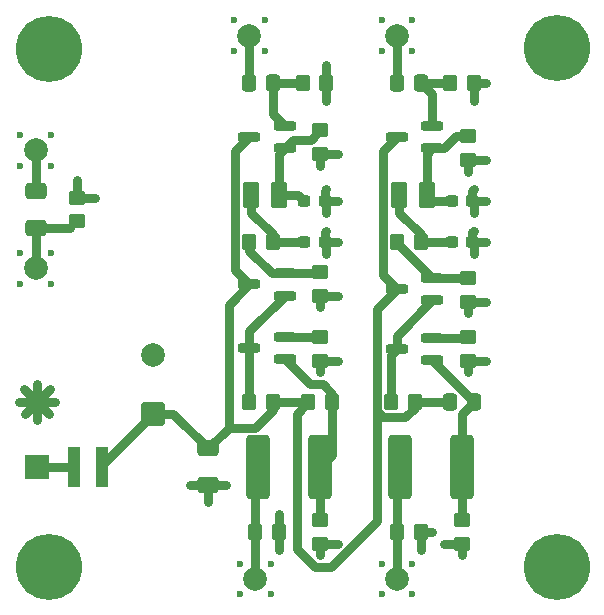
<source format=gtl>
%TF.GenerationSoftware,KiCad,Pcbnew,9.0.4*%
%TF.CreationDate,2025-09-17T14:50:29+08:00*%
%TF.ProjectId,YUV Circuit,59555620-4369-4726-9375-69742e6b6963,rev?*%
%TF.SameCoordinates,Original*%
%TF.FileFunction,Copper,L1,Top*%
%TF.FilePolarity,Positive*%
%FSLAX46Y46*%
G04 Gerber Fmt 4.6, Leading zero omitted, Abs format (unit mm)*
G04 Created by KiCad (PCBNEW 9.0.4) date 2025-09-17 14:50:29*
%MOMM*%
%LPD*%
G01*
G04 APERTURE LIST*
G04 Aperture macros list*
%AMRoundRect*
0 Rectangle with rounded corners*
0 $1 Rounding radius*
0 $2 $3 $4 $5 $6 $7 $8 $9 X,Y pos of 4 corners*
0 Add a 4 corners polygon primitive as box body*
4,1,4,$2,$3,$4,$5,$6,$7,$8,$9,$2,$3,0*
0 Add four circle primitives for the rounded corners*
1,1,$1+$1,$2,$3*
1,1,$1+$1,$4,$5*
1,1,$1+$1,$6,$7*
1,1,$1+$1,$8,$9*
0 Add four rect primitives between the rounded corners*
20,1,$1+$1,$2,$3,$4,$5,0*
20,1,$1+$1,$4,$5,$6,$7,0*
20,1,$1+$1,$6,$7,$8,$9,0*
20,1,$1+$1,$8,$9,$2,$3,0*%
G04 Aperture macros list end*
%TA.AperFunction,ComponentPad*%
%ADD10C,5.600000*%
%TD*%
%TA.AperFunction,ComponentPad*%
%ADD11C,2.000000*%
%TD*%
%TA.AperFunction,SMDPad,CuDef*%
%ADD12C,2.000000*%
%TD*%
%TA.AperFunction,SMDPad,CuDef*%
%ADD13RoundRect,0.250000X-0.450000X0.350000X-0.450000X-0.350000X0.450000X-0.350000X0.450000X0.350000X0*%
%TD*%
%TA.AperFunction,SMDPad,CuDef*%
%ADD14RoundRect,0.250000X-0.337500X-0.475000X0.337500X-0.475000X0.337500X0.475000X-0.337500X0.475000X0*%
%TD*%
%TA.AperFunction,SMDPad,CuDef*%
%ADD15RoundRect,0.250000X0.350000X0.450000X-0.350000X0.450000X-0.350000X-0.450000X0.350000X-0.450000X0*%
%TD*%
%TA.AperFunction,SMDPad,CuDef*%
%ADD16RoundRect,0.250000X0.450000X-0.350000X0.450000X0.350000X-0.450000X0.350000X-0.450000X-0.350000X0*%
%TD*%
%TA.AperFunction,SMDPad,CuDef*%
%ADD17RoundRect,0.250000X0.337500X0.475000X-0.337500X0.475000X-0.337500X-0.475000X0.337500X-0.475000X0*%
%TD*%
%TA.AperFunction,SMDPad,CuDef*%
%ADD18RoundRect,0.200000X0.750000X0.200000X-0.750000X0.200000X-0.750000X-0.200000X0.750000X-0.200000X0*%
%TD*%
%TA.AperFunction,SMDPad,CuDef*%
%ADD19R,2.000000X2.000000*%
%TD*%
%TA.AperFunction,SMDPad,CuDef*%
%ADD20RoundRect,0.249999X0.737501X2.450001X-0.737501X2.450001X-0.737501X-2.450001X0.737501X-2.450001X0*%
%TD*%
%TA.AperFunction,SMDPad,CuDef*%
%ADD21RoundRect,0.237500X0.300000X0.237500X-0.300000X0.237500X-0.300000X-0.237500X0.300000X-0.237500X0*%
%TD*%
%TA.AperFunction,SMDPad,CuDef*%
%ADD22RoundRect,0.250001X-0.462499X-0.849999X0.462499X-0.849999X0.462499X0.849999X-0.462499X0.849999X0*%
%TD*%
%TA.AperFunction,SMDPad,CuDef*%
%ADD23RoundRect,0.250000X-0.350000X-0.450000X0.350000X-0.450000X0.350000X0.450000X-0.350000X0.450000X0*%
%TD*%
%TA.AperFunction,SMDPad,CuDef*%
%ADD24R,0.980000X3.400000*%
%TD*%
%TA.AperFunction,ComponentPad*%
%ADD25RoundRect,0.250000X0.750000X-0.750000X0.750000X0.750000X-0.750000X0.750000X-0.750000X-0.750000X0*%
%TD*%
%TA.AperFunction,SMDPad,CuDef*%
%ADD26RoundRect,0.250000X0.650000X-0.412500X0.650000X0.412500X-0.650000X0.412500X-0.650000X-0.412500X0*%
%TD*%
%TA.AperFunction,SMDPad,CuDef*%
%ADD27RoundRect,0.250000X-0.650000X0.412500X-0.650000X-0.412500X0.650000X-0.412500X0.650000X0.412500X0*%
%TD*%
%TA.AperFunction,ViaPad*%
%ADD28C,0.600000*%
%TD*%
%TA.AperFunction,Conductor*%
%ADD29C,0.800000*%
%TD*%
%TA.AperFunction,Conductor*%
%ADD30C,0.300000*%
%TD*%
G04 APERTURE END LIST*
D10*
%TO.P,REF\u002A\u002A,1*%
%TO.N,N/C*%
X196000000Y-134000000D03*
%TD*%
%TO.P,REF\u002A\u002A,1*%
%TO.N,N/C*%
X153000000Y-134000000D03*
%TD*%
%TO.P,REF\u002A\u002A,1*%
%TO.N,N/C*%
X196000000Y-90000000D03*
%TD*%
%TO.P,REF\u002A\u002A,1*%
%TO.N,N/C*%
X153000000Y-90100000D03*
%TD*%
D11*
%TO.P,Y2,1,1*%
%TO.N,Net-(CY1-Pad2)*%
X151900000Y-98700000D03*
%TD*%
%TO.P,R-Y1,1,1*%
%TO.N,Net-(CR4-Pad2)*%
X182500000Y-89000000D03*
%TD*%
%TO.P,PR1,1,1*%
%TO.N,/PR*%
X182500000Y-135000000D03*
%TD*%
D12*
%TO.P,GND1,1,1*%
%TO.N,GNDPWR*%
X152000000Y-120000000D03*
%TD*%
D11*
%TO.P,B-Y1,1,1*%
%TO.N,Net-(B-Y1-Pad1)*%
X170000000Y-89000000D03*
%TD*%
%TO.P,PB1,1,1*%
%TO.N,/PB*%
X170500000Y-135000000D03*
%TD*%
%TO.P,Y1,1,1*%
%TO.N,/Y*%
X151900000Y-108700000D03*
%TD*%
D13*
%TO.P,RR6,1*%
%TO.N,Net-(QR2-E)*%
X188500000Y-109500000D03*
%TO.P,RR6,2*%
%TO.N,GNDPWR*%
X188500000Y-111500000D03*
%TD*%
%TO.P,RR3,1*%
%TO.N,Net-(QR1-B)*%
X188000000Y-130000000D03*
%TO.P,RR3,2*%
%TO.N,GNDPWR*%
X188000000Y-132000000D03*
%TD*%
D14*
%TO.P,RR2,1*%
%TO.N,Net-(QB2-C)*%
X186962500Y-120000000D03*
%TO.P,RR2,2*%
%TO.N,Net-(QR1-B)*%
X189037500Y-120000000D03*
%TD*%
D15*
%TO.P,RR7,1*%
%TO.N,Net-(CR2-Pad2)*%
X184500000Y-106500000D03*
%TO.P,RR7,2*%
%TO.N,Net-(QR2-E)*%
X182500000Y-106500000D03*
%TD*%
D16*
%TO.P,RY1,1*%
%TO.N,/Y*%
X155400000Y-104700000D03*
%TO.P,RY1,2*%
%TO.N,GNDPWR*%
X155400000Y-102700000D03*
%TD*%
D17*
%TO.P,CB4,1*%
%TO.N,Net-(QB3-E)*%
X172000000Y-93000000D03*
%TO.P,CB4,2*%
%TO.N,Net-(B-Y1-Pad1)*%
X169925000Y-93000000D03*
%TD*%
D18*
%TO.P,QR2,1,B*%
%TO.N,Net-(QR1-C)*%
X185500000Y-111400000D03*
%TO.P,QR2,2,E*%
%TO.N,Net-(QR2-E)*%
X185500000Y-109500000D03*
%TO.P,QR2,3,C*%
%TO.N,Net-(QB2-C)*%
X182500000Y-110450000D03*
%TD*%
D13*
%TO.P,RB8,1*%
%TO.N,Net-(QB3-B)*%
X176000000Y-97000000D03*
%TO.P,RB8,2*%
%TO.N,GNDPWR*%
X176000000Y-99000000D03*
%TD*%
D18*
%TO.P,QB2,1,B*%
%TO.N,Net-(QB1-C)*%
X173000000Y-111000000D03*
%TO.P,QB2,2,E*%
%TO.N,Net-(QB2-E)*%
X173000000Y-109100000D03*
%TO.P,QB2,3,C*%
%TO.N,Net-(QB2-C)*%
X170000000Y-110050000D03*
%TD*%
D19*
%TO.P,8V1,1,1*%
%TO.N,Net-(8V1-Pad1)*%
X152000000Y-125500000D03*
%TD*%
D20*
%TO.P,CR1,1*%
%TO.N,Net-(QR1-B)*%
X188000000Y-125500000D03*
%TO.P,CR1,2*%
%TO.N,/PR*%
X182725000Y-125500000D03*
%TD*%
D21*
%TO.P,CB2,1*%
%TO.N,GNDPWR*%
X176362500Y-106500000D03*
%TO.P,CB2,2*%
%TO.N,Net-(CB2-Pad2)*%
X174637500Y-106500000D03*
%TD*%
D15*
%TO.P,RB7,1*%
%TO.N,Net-(CB2-Pad2)*%
X172000000Y-106500000D03*
%TO.P,RB7,2*%
%TO.N,Net-(QB2-E)*%
X170000000Y-106500000D03*
%TD*%
D18*
%TO.P,QB1,1,B*%
%TO.N,Net-(QB1-B)*%
X173000000Y-116400000D03*
%TO.P,QB1,2,E*%
%TO.N,Net-(QB1-E)*%
X173000000Y-114500000D03*
%TO.P,QB1,3,C*%
%TO.N,Net-(QB1-C)*%
X170000000Y-115450000D03*
%TD*%
D22*
%TO.P,LR1,1,1*%
%TO.N,Net-(CR2-Pad2)*%
X182675000Y-102500000D03*
%TO.P,LR1,2,2*%
%TO.N,Net-(QR3-B)*%
X185000000Y-102500000D03*
%TD*%
D21*
%TO.P,CR3,1*%
%TO.N,GNDPWR*%
X188862500Y-103000000D03*
%TO.P,CR3,2*%
%TO.N,Net-(QR3-B)*%
X187137500Y-103000000D03*
%TD*%
D23*
%TO.P,RB9,1*%
%TO.N,Net-(QB3-E)*%
X174500000Y-93000000D03*
%TO.P,RB9,2*%
%TO.N,GNDPWR*%
X176500000Y-93000000D03*
%TD*%
D20*
%TO.P,CB1,1*%
%TO.N,Net-(QB1-B)*%
X176000000Y-125500000D03*
%TO.P,CB1,2*%
%TO.N,/PB*%
X170725000Y-125500000D03*
%TD*%
D24*
%TO.P,L81,1*%
%TO.N,Net-(8V1-Pad1)*%
X155130000Y-125500000D03*
%TO.P,L81,2*%
%TO.N,Net-(QB2-C)*%
X157500000Y-125500000D03*
%TD*%
D22*
%TO.P,LB1,1,1*%
%TO.N,Net-(CB2-Pad2)*%
X170175000Y-102500000D03*
%TO.P,LB1,2,2*%
%TO.N,Net-(QB3-B)*%
X172500000Y-102500000D03*
%TD*%
D18*
%TO.P,QR1,1,B*%
%TO.N,Net-(QR1-B)*%
X185500000Y-116450000D03*
%TO.P,QR1,2,E*%
%TO.N,Net-(QR1-E)*%
X185500000Y-114550000D03*
%TO.P,QR1,3,C*%
%TO.N,Net-(QR1-C)*%
X182500000Y-115500000D03*
%TD*%
D25*
%TO.P,C81,1*%
%TO.N,Net-(QB2-C)*%
X161867677Y-121000000D03*
D11*
%TO.P,C81,2*%
%TO.N,GNDPWR*%
X161867677Y-116000000D03*
%TD*%
D17*
%TO.P,CR4,1*%
%TO.N,Net-(QR3-E)*%
X184537500Y-93000000D03*
%TO.P,CR4,2*%
%TO.N,Net-(CR4-Pad2)*%
X182462500Y-93000000D03*
%TD*%
D26*
%TO.P,CY1,1*%
%TO.N,/Y*%
X151900000Y-105262500D03*
%TO.P,CY1,2*%
%TO.N,Net-(CY1-Pad2)*%
X151900000Y-102137500D03*
%TD*%
D23*
%TO.P,RB1,1*%
%TO.N,/PB*%
X170500000Y-131000000D03*
%TO.P,RB1,2*%
%TO.N,GNDPWR*%
X172500000Y-131000000D03*
%TD*%
D13*
%TO.P,RR5,1*%
%TO.N,Net-(QR1-E)*%
X188500000Y-114500000D03*
%TO.P,RR5,2*%
%TO.N,GNDPWR*%
X188500000Y-116500000D03*
%TD*%
%TO.P,RB5,1*%
%TO.N,Net-(QB1-E)*%
X176000000Y-114500000D03*
%TO.P,RB5,2*%
%TO.N,GNDPWR*%
X176000000Y-116500000D03*
%TD*%
D23*
%TO.P,RR1,1*%
%TO.N,/PR*%
X182500000Y-131000000D03*
%TO.P,RR1,2*%
%TO.N,GNDPWR*%
X184500000Y-131000000D03*
%TD*%
D13*
%TO.P,RB6,1*%
%TO.N,Net-(QB2-E)*%
X176000000Y-109000000D03*
%TO.P,RB6,2*%
%TO.N,GNDPWR*%
X176000000Y-111000000D03*
%TD*%
%TO.P,RB3,1*%
%TO.N,Net-(QB1-B)*%
X176000000Y-130000000D03*
%TO.P,RB3,2*%
%TO.N,GNDPWR*%
X176000000Y-132000000D03*
%TD*%
D15*
%TO.P,RB4,1*%
%TO.N,Net-(QB2-C)*%
X172000000Y-120000000D03*
%TO.P,RB4,2*%
%TO.N,Net-(QB1-C)*%
X170000000Y-120000000D03*
%TD*%
D23*
%TO.P,RB2,1*%
%TO.N,Net-(QB2-C)*%
X175000000Y-120000000D03*
%TO.P,RB2,2*%
%TO.N,Net-(QB1-B)*%
X177000000Y-120000000D03*
%TD*%
D13*
%TO.P,RR8,1*%
%TO.N,Net-(QR3-B)*%
X188500000Y-97500000D03*
%TO.P,RR8,2*%
%TO.N,GNDPWR*%
X188500000Y-99500000D03*
%TD*%
D18*
%TO.P,QB3,1,B*%
%TO.N,Net-(QB3-B)*%
X173000000Y-98500000D03*
%TO.P,QB3,2,E*%
%TO.N,Net-(QB3-E)*%
X173000000Y-96600000D03*
%TO.P,QB3,3,C*%
%TO.N,Net-(QB2-C)*%
X170000000Y-97550000D03*
%TD*%
D15*
%TO.P,RR4,1*%
%TO.N,Net-(QB2-C)*%
X184000000Y-120000000D03*
%TO.P,RR4,2*%
%TO.N,Net-(QR1-C)*%
X182000000Y-120000000D03*
%TD*%
D21*
%TO.P,CR2,1*%
%TO.N,GNDPWR*%
X188862500Y-106500000D03*
%TO.P,CR2,2*%
%TO.N,Net-(CR2-Pad2)*%
X187137500Y-106500000D03*
%TD*%
D18*
%TO.P,QR3,1,B*%
%TO.N,Net-(QR3-B)*%
X185500000Y-98500000D03*
%TO.P,QR3,2,E*%
%TO.N,Net-(QR3-E)*%
X185500000Y-96600000D03*
%TO.P,QR3,3,C*%
%TO.N,Net-(QB2-C)*%
X182500000Y-97550000D03*
%TD*%
D23*
%TO.P,RR9,1*%
%TO.N,Net-(QR3-E)*%
X187000000Y-93000000D03*
%TO.P,RR9,2*%
%TO.N,GNDPWR*%
X189000000Y-93000000D03*
%TD*%
D21*
%TO.P,CB3,1*%
%TO.N,GNDPWR*%
X176362500Y-103000000D03*
%TO.P,CB3,2*%
%TO.N,Net-(QB3-B)*%
X174637500Y-103000000D03*
%TD*%
D27*
%TO.P,C82,1*%
%TO.N,Net-(QB2-C)*%
X166500000Y-123937500D03*
%TO.P,C82,2*%
%TO.N,GNDPWR*%
X166500000Y-127062500D03*
%TD*%
D28*
%TO.N,GNDPWR*%
X181200000Y-87700000D03*
X183800000Y-87700000D03*
X183800000Y-90300000D03*
X181200000Y-90300000D03*
X168700000Y-87700000D03*
X171300000Y-87700000D03*
X171300000Y-90300000D03*
X168700000Y-90300000D03*
X181200000Y-136300000D03*
X183800000Y-136300000D03*
X183800000Y-133700000D03*
X181200000Y-133700000D03*
X171800000Y-136300000D03*
X169200000Y-136300000D03*
X171800000Y-133700000D03*
X169200000Y-133700000D03*
X150600000Y-100000000D03*
X153200000Y-100000000D03*
X153200000Y-97400000D03*
X150600000Y-97400000D03*
X150600000Y-110000000D03*
X153200000Y-110000000D03*
X153200000Y-107400000D03*
X150600000Y-107400000D03*
X155400000Y-101200000D03*
X156900000Y-102700000D03*
X150500000Y-120000000D03*
X188500000Y-117500000D03*
X188500000Y-100500000D03*
X176500000Y-94500000D03*
X152000000Y-121500000D03*
X189000000Y-105500000D03*
X176000000Y-100000000D03*
X168000000Y-127000000D03*
X166500000Y-128500000D03*
X177500000Y-132000000D03*
X177500000Y-116500000D03*
X176500000Y-91500000D03*
X176500000Y-107500000D03*
X150875000Y-118875000D03*
X152000000Y-118500000D03*
X153000000Y-121000000D03*
X190000000Y-103000000D03*
X189000000Y-94500000D03*
X190000000Y-99500000D03*
X153500000Y-120000000D03*
X176500000Y-104000000D03*
X190000000Y-93000000D03*
X177500000Y-99000000D03*
X190000000Y-116500000D03*
X189000000Y-102000000D03*
X176000000Y-133000000D03*
X177500000Y-103000000D03*
X184500000Y-132500000D03*
X189000000Y-104000000D03*
X176500000Y-102000000D03*
X189000000Y-107500000D03*
X177500000Y-111000000D03*
X153125000Y-118875000D03*
X172500000Y-132500000D03*
X176500000Y-105500000D03*
X190000000Y-106500000D03*
X188500000Y-112500000D03*
X190000000Y-111500000D03*
X186500000Y-132000000D03*
X151000000Y-121000000D03*
X165000000Y-127000000D03*
X176000000Y-112000000D03*
X172500000Y-129500000D03*
X188000000Y-133000000D03*
X176000000Y-117500000D03*
X185500000Y-131000000D03*
X177500000Y-106500000D03*
%TD*%
D29*
%TO.N,GNDPWR*%
X156900000Y-102700000D02*
X155400000Y-102700000D01*
%TO.N,Net-(CR4-Pad2)*%
X182462500Y-89037500D02*
X182500000Y-89000000D01*
X182462500Y-93000000D02*
X182462500Y-89037500D01*
%TO.N,Net-(B-Y1-Pad1)*%
X169925000Y-89075000D02*
X170000000Y-89000000D01*
X169925000Y-93000000D02*
X169925000Y-89075000D01*
%TO.N,Net-(QB2-C)*%
X180799000Y-130116628D02*
X180799000Y-120809424D01*
X176914628Y-134001000D02*
X180799000Y-130116628D01*
X175585372Y-134001000D02*
X176914628Y-134001000D01*
X174000000Y-121000000D02*
X174000000Y-132415628D01*
X174000000Y-132415628D02*
X175585372Y-134001000D01*
X175000000Y-120000000D02*
X174000000Y-121000000D01*
%TO.N,GNDPWR*%
X177500000Y-132000000D02*
X176000000Y-132000000D01*
X172500000Y-129500000D02*
X172500000Y-131000000D01*
%TO.N,Net-(8V1-Pad1)*%
X152000000Y-125500000D02*
X155130000Y-125500000D01*
%TO.N,Net-(QB2-C)*%
X161867677Y-121000000D02*
X163562500Y-121000000D01*
X163562500Y-121000000D02*
X166500000Y-123937500D01*
X157500000Y-125367677D02*
X161867677Y-121000000D01*
X157500000Y-125500000D02*
X157500000Y-125367677D01*
%TO.N,/PR*%
X182500000Y-135000000D02*
X182500000Y-131000000D01*
%TO.N,/PB*%
X170500000Y-135000000D02*
X170500000Y-131000000D01*
%TO.N,GNDPWR*%
X155400000Y-102700000D02*
X155400000Y-101200000D01*
%TO.N,/Y*%
X151900000Y-105262500D02*
X154837500Y-105262500D01*
X151900000Y-108700000D02*
X151900000Y-105262500D01*
%TO.N,Net-(CY1-Pad2)*%
X151900000Y-98700000D02*
X151900000Y-102137500D01*
%TO.N,GNDPWR*%
X153500000Y-120000000D02*
X152000000Y-120000000D01*
X153000000Y-121000000D02*
X152000000Y-120000000D01*
X152000000Y-121500000D02*
X152000000Y-120000000D01*
X150500000Y-120000000D02*
X152000000Y-120000000D01*
X152000000Y-118500000D02*
X152000000Y-120000000D01*
X151000000Y-121000000D02*
X152000000Y-120000000D01*
X150875000Y-118875000D02*
X152000000Y-120000000D01*
X153125000Y-118875000D02*
X152000000Y-120000000D01*
D30*
%TO.N,/PB*%
X170725000Y-130775000D02*
X170500000Y-131000000D01*
D29*
X170500000Y-131000000D02*
X170500000Y-125725000D01*
X170500000Y-125725000D02*
X170725000Y-125500000D01*
%TO.N,/PR*%
X182500000Y-125725000D02*
X182725000Y-125500000D01*
X182500000Y-131000000D02*
X182500000Y-125725000D01*
%TO.N,Net-(QB2-C)*%
X182500000Y-110450000D02*
X180799000Y-112151000D01*
X166500000Y-123937500D02*
X168238500Y-122199000D01*
X168238500Y-122199000D02*
X170501000Y-122199000D01*
X175000000Y-120000000D02*
X172000000Y-120000000D01*
X168238500Y-122199000D02*
X168238500Y-111811500D01*
D30*
X184000000Y-120000000D02*
X184500000Y-120000000D01*
D29*
X181299000Y-98751000D02*
X181299000Y-109249000D01*
X170501000Y-122199000D02*
X172000000Y-120700000D01*
X181299000Y-109249000D02*
X182500000Y-110450000D01*
X180799000Y-112151000D02*
X180799000Y-120809424D01*
X180799000Y-120809424D02*
X181290576Y-121301000D01*
X168799000Y-108849000D02*
X168799000Y-98751000D01*
X168238500Y-111811500D02*
X170000000Y-110050000D01*
X170000000Y-110050000D02*
X168799000Y-108849000D01*
X183199000Y-121301000D02*
X184000000Y-120500000D01*
X184000000Y-120500000D02*
X184000000Y-120000000D01*
X182500000Y-97550000D02*
X181299000Y-98751000D01*
X172000000Y-120700000D02*
X172000000Y-120000000D01*
X181290576Y-121301000D02*
X183199000Y-121301000D01*
X168799000Y-98751000D02*
X170000000Y-97550000D01*
X184000000Y-120000000D02*
X186962500Y-120000000D01*
%TO.N,Net-(QB1-B)*%
X177000000Y-120000000D02*
X177000000Y-119300000D01*
X176000000Y-130000000D02*
X176000000Y-125500000D01*
X177000000Y-124500000D02*
X177000000Y-120000000D01*
X176201000Y-118501000D02*
X175101000Y-118501000D01*
X177000000Y-119300000D02*
X176201000Y-118501000D01*
X176000000Y-125500000D02*
X177000000Y-124500000D01*
D30*
X173000000Y-116400000D02*
X173400000Y-116400000D01*
D29*
X175101000Y-118501000D02*
X173000000Y-116400000D01*
%TO.N,Net-(CB2-Pad2)*%
X170175000Y-103975000D02*
X170175000Y-102500000D01*
X172000000Y-105800000D02*
X170175000Y-103975000D01*
X172000000Y-106500000D02*
X172000000Y-105800000D01*
X172000000Y-106500000D02*
X174637500Y-106500000D01*
%TO.N,Net-(QB3-B)*%
X172500000Y-102500000D02*
X172500000Y-99000000D01*
X173000000Y-98500000D02*
X173701000Y-97799000D01*
X172500000Y-99000000D02*
X173000000Y-98500000D01*
X174137500Y-102500000D02*
X174637500Y-103000000D01*
X172500000Y-102500000D02*
X174137500Y-102500000D01*
X173701000Y-97799000D02*
X175201000Y-97799000D01*
X175201000Y-97799000D02*
X176000000Y-97000000D01*
%TO.N,Net-(QB3-E)*%
X172000000Y-95600000D02*
X173000000Y-96600000D01*
X172000000Y-93000000D02*
X174500000Y-93000000D01*
X172000000Y-93000000D02*
X172000000Y-95600000D01*
%TO.N,Net-(QR1-B)*%
X189037500Y-120000000D02*
X189037500Y-119987500D01*
X189037500Y-119987500D02*
X185500000Y-116450000D01*
X188000000Y-125500000D02*
X188000000Y-130000000D01*
X188000000Y-125500000D02*
X188000000Y-121037500D01*
X188000000Y-121037500D02*
X189037500Y-120000000D01*
%TO.N,Net-(CR2-Pad2)*%
X182675000Y-103975000D02*
X182675000Y-102500000D01*
D30*
X184175000Y-106175000D02*
X184500000Y-106500000D01*
D29*
X184500000Y-106500000D02*
X187137500Y-106500000D01*
X184500000Y-105800000D02*
X182675000Y-103975000D01*
X184500000Y-106500000D02*
X184500000Y-105800000D01*
%TO.N,Net-(QR3-B)*%
X185500000Y-103000000D02*
X185000000Y-102500000D01*
X186450000Y-98500000D02*
X187450000Y-97500000D01*
X187450000Y-97500000D02*
X188500000Y-97500000D01*
X187137500Y-103000000D02*
X185500000Y-103000000D01*
X185000000Y-99000000D02*
X185500000Y-98500000D01*
X185000000Y-102500000D02*
X185000000Y-99000000D01*
X185500000Y-98500000D02*
X186450000Y-98500000D01*
%TO.N,Net-(QR3-E)*%
X185500000Y-96600000D02*
X185500000Y-93962500D01*
X185500000Y-93962500D02*
X184537500Y-93000000D01*
X184537500Y-93000000D02*
X187000000Y-93000000D01*
%TO.N,Net-(QB1-E)*%
X173000000Y-114500000D02*
X176000000Y-114500000D01*
%TO.N,Net-(QB1-C)*%
X170000000Y-120000000D02*
X170000000Y-115450000D01*
X170000000Y-114000000D02*
X173000000Y-111000000D01*
X170000000Y-115450000D02*
X170000000Y-114000000D01*
D30*
%TO.N,Net-(QB2-E)*%
X173100000Y-109000000D02*
X173000000Y-109100000D01*
D29*
X170000000Y-107200000D02*
X171900000Y-109100000D01*
D30*
X173000000Y-109100000D02*
X172600000Y-109100000D01*
D29*
X173000000Y-109100000D02*
X175900000Y-109100000D01*
X170000000Y-106500000D02*
X170000000Y-107200000D01*
X175900000Y-109100000D02*
X176000000Y-109000000D01*
X171900000Y-109100000D02*
X173000000Y-109100000D01*
%TO.N,Net-(QR1-C)*%
X182500000Y-114400000D02*
X185500000Y-111400000D01*
X182000000Y-120000000D02*
X182000000Y-116000000D01*
X182000000Y-116000000D02*
X182500000Y-115500000D01*
X182500000Y-115500000D02*
X182500000Y-114400000D01*
D30*
%TO.N,Net-(QR1-E)*%
X185550000Y-114500000D02*
X185500000Y-114550000D01*
D29*
X188450000Y-114550000D02*
X188500000Y-114500000D01*
X185500000Y-114550000D02*
X188450000Y-114550000D01*
D30*
%TO.N,Net-(QR2-E)*%
X185600000Y-109500000D02*
X185500000Y-109600000D01*
D29*
X182500000Y-106510424D02*
X182500000Y-106500000D01*
X185489576Y-109500000D02*
X182500000Y-106510424D01*
X185500000Y-109500000D02*
X188500000Y-109500000D01*
X185500000Y-109500000D02*
X185489576Y-109500000D01*
D30*
X182500000Y-106500000D02*
X182500000Y-106600000D01*
%TO.N,GNDPWR*%
X188500000Y-102637500D02*
X188862500Y-103000000D01*
D29*
X176500000Y-104000000D02*
X176500000Y-103137500D01*
X176362500Y-102137500D02*
X176500000Y-102000000D01*
X189000000Y-104000000D02*
X189000000Y-103137500D01*
X188862500Y-103000000D02*
X190000000Y-103000000D01*
X176362500Y-103000000D02*
X176362500Y-102137500D01*
X176500000Y-103137500D02*
X176362500Y-103000000D01*
X188862500Y-102137500D02*
X189000000Y-102000000D01*
X188862500Y-103000000D02*
X188862500Y-102137500D01*
X189000000Y-103137500D02*
X188862500Y-103000000D01*
X176362500Y-103000000D02*
X177500000Y-103000000D01*
X184500000Y-131000000D02*
X185500000Y-131000000D01*
X188500000Y-116500000D02*
X190000000Y-116500000D01*
X188500000Y-117500000D02*
X188500000Y-116500000D01*
X176000000Y-116500000D02*
X177500000Y-116500000D01*
X189000000Y-107500000D02*
X189000000Y-106637500D01*
X188500000Y-100500000D02*
X188500000Y-99500000D01*
X188862500Y-106500000D02*
X190000000Y-106500000D01*
X176000000Y-100000000D02*
X176000000Y-99000000D01*
X176362500Y-105637500D02*
X176500000Y-105500000D01*
X188500000Y-99500000D02*
X190000000Y-99500000D01*
X188862500Y-106500000D02*
X188862500Y-105637500D01*
X188500000Y-112500000D02*
X188500000Y-111500000D01*
X189000000Y-93000000D02*
X190000000Y-93000000D01*
X176000000Y-99000000D02*
X177500000Y-99000000D01*
X176000000Y-111000000D02*
X177500000Y-111000000D01*
X166500000Y-128500000D02*
X166500000Y-127062500D01*
X188500000Y-111500000D02*
X190000000Y-111500000D01*
X176362500Y-106500000D02*
X176362500Y-105637500D01*
X184500000Y-132500000D02*
X184500000Y-131000000D01*
X176500000Y-93000000D02*
X176500000Y-91500000D01*
X189000000Y-94500000D02*
X189000000Y-93000000D01*
X176500000Y-93000000D02*
X176500000Y-94500000D01*
X176500000Y-106637500D02*
X176362500Y-106500000D01*
X176500000Y-107500000D02*
X176500000Y-106637500D01*
X168000000Y-127000000D02*
X166562500Y-127000000D01*
X176000000Y-133000000D02*
X176000000Y-132000000D01*
X165000000Y-127000000D02*
X166437500Y-127000000D01*
X186500000Y-132000000D02*
X188000000Y-132000000D01*
X188000000Y-132000000D02*
X188000000Y-133000000D01*
X176000000Y-117500000D02*
X176000000Y-116500000D01*
X188862500Y-105637500D02*
X189000000Y-105500000D01*
X176362500Y-106500000D02*
X177500000Y-106500000D01*
X172500000Y-132500000D02*
X172500000Y-131000000D01*
X189000000Y-106637500D02*
X188862500Y-106500000D01*
X176000000Y-112000000D02*
X176000000Y-111000000D01*
%TD*%
M02*

</source>
